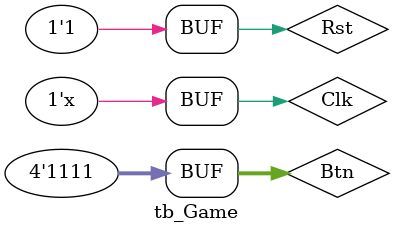
<source format=v>
`timescale 1ps/1ps
module tb_Game;

	reg 		Clk, Rst;
	reg	[3:0]	Btn;

	Game UUT (
		.i_Clk(Clk), 
		.i_Rst(Rst), 
		.i_Btn(Btn), , , , , , , , , ,
	);

	initial begin
		Clk = 0;
		Rst = 1;
		Btn = {4{1'b1}};
		#100	Rst = 0;
		#10		Rst = 1;
		#1000	Btn	= 4'b1011;
		#1000	Btn = 4'b1111;
		// more...
	end

	always #10 Clk = ~Clk;

endmodule

</source>
